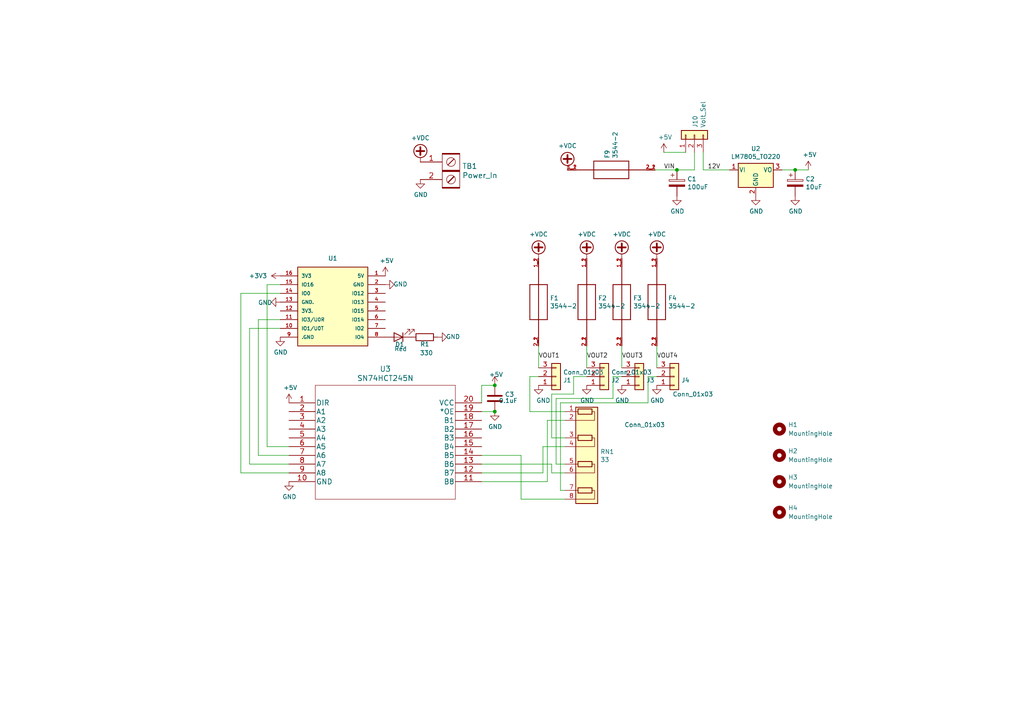
<source format=kicad_sch>
(kicad_sch (version 20210621) (generator eeschema)
  (paper "A4")
  (title_block (title "ESP32-CAM Controller") (date "2021-11-07") (rev "v1"))
  (lib_symbols
    (symbol "Barrier_Blocks:BARRIER_BLOCK_1ROW_2POS" (pin_names (offset 1.016) hide)
      (property "Reference" "TB" (at 0.127 -6.731 0))
      (property "Value" "BARRIER_BLOCK_1ROW_2POS" (at 0.254 6.35 0))
      (symbol "BARRIER_BLOCK_1ROW_2POS_0_1"
        (rectangle (start -2.54 5.08) (end 2.54 -5.08))
        (circle (center 0 -2.54) (radius 1.27))
        (polyline (pts (xy -2.54 -4.699) (xy -2.54 -5.08) (xy 2.54 -5.08) (xy 2.54 -4.699)) (fill (type outline)))
        (polyline (pts (xy -2.54 0.254) (xy -2.54 -0.254) (xy 2.54 -0.254) (xy 2.54 0.254)) (fill (type outline)))
        (polyline (pts (xy -2.54 4.699) (xy -2.54 5.08) (xy 2.54 5.08) (xy 2.54 4.699)) (fill (type outline)))
        (polyline (pts (xy -0.8382 -3.5052) (xy -0.9652 -3.3782) (xy 0.8128 -1.6002) (xy 0.9652 -1.7018) (xy -0.8382 -3.5052)) (fill (type outline)))
        (polyline (pts (xy -0.8382 1.5748) (xy -0.9652 1.6764) (xy -0.0508 2.5908) (xy 0.8382 3.4798) (xy 0.9652 3.3528) (xy 0.9652 3.3528)) (fill (type outline)))
        (circle (center 0 2.54) (radius 1.27))
      )
      (symbol "BARRIER_BLOCK_1ROW_2POS_1_1"
        (pin passive line (at -8.89 2.54 0) (length 6.35) (name "P1") (number "1"))
        (pin passive line (at -8.89 -2.54 0) (length 6.35) (name "P2") (number "2"))
      )
    )
    (symbol "Connector_Generic:Conn_01x03" (pin_names (offset 1.016) hide)
      (property "Reference" "J" (at 0 5.08 0))
      (property "Value" "Conn_01x03" (at 0 -5.08 0))
      (symbol "Conn_01x03_1_1"
        (rectangle (start -1.27 -2.413) (end 0 -2.667) (stroke (width 0.1524)))
        (rectangle (start -1.27 0.127) (end 0 -0.127) (stroke (width 0.1524)))
        (rectangle (start -1.27 2.667) (end 0 2.413) (stroke (width 0.1524)))
        (rectangle (start -1.27 3.81) (end 1.27 -3.81) (stroke (width 0.254)) (fill (type background)))
        (pin passive line (at -5.08 2.54 0) (length 3.81) (name "Pin_1") (number "1"))
        (pin passive line (at -5.08 0 0) (length 3.81) (name "Pin_2") (number "2"))
        (pin passive line (at -5.08 -2.54 0) (length 3.81) (name "Pin_3") (number "3"))
      )
    )
    (symbol "Device:C" (pin_numbers hide) (pin_names (offset 0.254))
      (property "Reference" "C" (at 0.635 2.54 0))
      (property "Value" "C" (at 0.635 -2.54 0))
      (symbol "C_0_1"
        (polyline (pts (xy -2.032 -0.762) (xy 2.032 -0.762)) (stroke (width 0.508)))
        (polyline (pts (xy -2.032 0.762) (xy 2.032 0.762)) (stroke (width 0.508)))
      )
      (symbol "C_1_1"
        (pin passive line (at 0 3.81 270) (length 2.794) (name "~") (number "1"))
        (pin passive line (at 0 -3.81 90) (length 2.794) (name "~") (number "2"))
      )
    )
    (symbol "Device:CP" (pin_numbers hide) (pin_names (offset 0.254))
      (property "Reference" "C" (at 0.635 2.54 0))
      (property "Value" "Device_CP" (at 0.635 -2.54 0))
      (symbol "CP_0_1"
        (rectangle (start -2.286 0.508) (end 2.286 1.016))
        (polyline (pts (xy -1.778 2.286) (xy -0.762 2.286)))
        (polyline (pts (xy -1.27 2.794) (xy -1.27 1.778)))
        (rectangle (start 2.286 -0.508) (end -2.286 -1.016) (fill (type outline)))
      )
      (symbol "CP_1_1"
        (pin passive line (at 0 3.81 270) (length 2.794) (name "~") (number "1"))
        (pin passive line (at 0 -3.81 90) (length 2.794) (name "~") (number "2"))
      )
    )
    (symbol "Device:LED" (pin_numbers hide) (pin_names (offset 1.016) hide)
      (property "Reference" "D" (at 0 2.54 0))
      (property "Value" "LED" (at 0 -2.54 0))
      (symbol "LED_0_1"
        (polyline (pts (xy -1.27 -1.27) (xy -1.27 1.27)) (stroke (width 0.254)))
        (polyline (pts (xy -1.27 0) (xy 1.27 0)))
        (polyline (pts (xy 1.27 -1.27) (xy 1.27 1.27) (xy -1.27 0) (xy 1.27 -1.27)) (stroke (width 0.254)))
        (polyline (pts (xy -3.048 -0.762) (xy -4.572 -2.286) (xy -3.81 -2.286) (xy -4.572 -2.286) (xy -4.572 -1.524)))
        (polyline (pts (xy -1.778 -0.762) (xy -3.302 -2.286) (xy -2.54 -2.286) (xy -3.302 -2.286) (xy -3.302 -1.524)))
      )
      (symbol "LED_1_1"
        (pin passive line (at -3.81 0 0) (length 2.54) (name "K") (number "1"))
        (pin passive line (at 3.81 0 180) (length 2.54) (name "A") (number "2"))
      )
    )
    (symbol "Device:R" (pin_numbers hide) (pin_names (offset 0))
      (property "Reference" "R" (at 2.032 0 90))
      (property "Value" "R" (at 0 0 90))
      (symbol "R_0_1"
        (rectangle (start -1.016 -2.54) (end 1.016 2.54) (stroke (width 0.254)))
      )
      (symbol "R_1_1"
        (pin passive line (at 0 3.81 270) (length 1.27) (name "~") (number "1"))
        (pin passive line (at 0 -3.81 90) (length 1.27) (name "~") (number "2"))
      )
    )
    (symbol "Device:R_Pack04_SIP" (pin_names (offset 0) hide)
      (property "Reference" "RN" (at -15.24 0 90))
      (property "Value" "R_Pack04_SIP" (at 15.24 0 90))
      (symbol "R_Pack04_SIP_0_1"
        (rectangle (start -13.97 -1.905) (end 13.97 4.445) (stroke (width 0.254)) (fill (type background)))
        (rectangle (start -13.462 2.794) (end -11.938 -1.27) (stroke (width 0.254)))
        (rectangle (start -5.842 2.794) (end -4.318 -1.27) (stroke (width 0.254)))
        (polyline (pts (xy -12.7 2.794) (xy -12.7 3.556) (xy -10.16 3.556) (xy -10.16 -1.27)))
        (polyline (pts (xy -5.08 2.794) (xy -5.08 3.556) (xy -2.54 3.556) (xy -2.54 -1.27)))
        (polyline (pts (xy 2.54 2.794) (xy 2.54 3.556) (xy 5.08 3.556) (xy 5.08 -1.27)))
        (polyline (pts (xy 10.16 2.794) (xy 10.16 3.556) (xy 12.7 3.556) (xy 12.7 -1.27)))
        (rectangle (start 1.778 2.794) (end 3.302 -1.27) (stroke (width 0.254)))
        (rectangle (start 9.398 2.794) (end 10.922 -1.27) (stroke (width 0.254)))
      )
      (symbol "R_Pack04_SIP_1_1"
        (pin passive line (at -12.7 -5.08 90) (length 3.81) (name "R1.1") (number "1"))
        (pin passive line (at -10.16 -5.08 90) (length 3.81) (name "R1.2") (number "2"))
        (pin passive line (at -5.08 -5.08 90) (length 3.81) (name "R2.1") (number "3"))
        (pin passive line (at -2.54 -5.08 90) (length 3.81) (name "R2.2") (number "4"))
        (pin passive line (at 2.54 -5.08 90) (length 3.81) (name "R3.1") (number "5"))
        (pin passive line (at 5.08 -5.08 90) (length 3.81) (name "R3.2") (number "6"))
        (pin passive line (at 10.16 -5.08 90) (length 3.81) (name "R4.1") (number "7"))
        (pin passive line (at 12.7 -5.08 90) (length 3.81) (name "R4.2") (number "8"))
      )
    )
    (symbol "ESP32-CAM:ESP32-CAM" (pin_names (offset 1.016))
      (property "Reference" "U" (at -10.16 20.32 0))
      (symbol "ESP32-CAM_0_0"
        (rectangle (start -10.16 -5.08) (end 10.16 17.78) (stroke (width 0.254)) (fill (type background)))
        (pin bidirectional line (at -15.24 15.24 0) (length 5.08) (name "5V") (number "1"))
        (pin bidirectional line (at 15.24 0 180) (length 5.08) (name "IO1/U0T") (number "10"))
        (pin bidirectional line (at 15.24 2.54 180) (length 5.08) (name "IO3/U0R") (number "11"))
        (pin bidirectional line (at 15.24 5.08 180) (length 5.08) (name "3V3.") (number "12"))
        (pin bidirectional line (at 15.24 7.62 180) (length 5.08) (name "GND.") (number "13"))
        (pin bidirectional line (at 15.24 10.16 180) (length 5.08) (name "IO0") (number "14"))
        (pin bidirectional line (at 15.24 12.7 180) (length 5.08) (name "IO16") (number "15"))
        (pin bidirectional line (at 15.24 15.24 180) (length 5.08) (name "3V3") (number "16"))
        (pin bidirectional line (at -15.24 12.7 0) (length 5.08) (name "GND") (number "2"))
        (pin bidirectional line (at -15.24 10.16 0) (length 5.08) (name "IO12") (number "3"))
        (pin bidirectional line (at -15.24 7.62 0) (length 5.08) (name "IO13") (number "4"))
        (pin bidirectional line (at -15.24 5.08 0) (length 5.08) (name "IO15") (number "5"))
        (pin bidirectional line (at -15.24 2.54 0) (length 5.08) (name "IO14") (number "6"))
        (pin bidirectional line (at -15.24 0 0) (length 5.08) (name "IO2") (number "7"))
        (pin bidirectional line (at -15.24 -2.54 0) (length 5.08) (name "IO4") (number "8"))
        (pin bidirectional line (at 15.24 -2.54 180) (length 5.08) (name ".GND") (number "9"))
      )
    )
    (symbol "ESP32_CAM_Controller-rescue:3544-2-Keystone_Fuse" (pin_names (offset 1.016) hide)
      (property "Reference" "F" (at -5.08 3.302 0))
      (property "Value" "3544-2-Keystone_Fuse" (at -5.08 -5.08 0))
      (symbol "3544-2-Keystone_Fuse_0_0"
        (polyline (pts (xy -12.7 0) (xy 12.7 0)) (stroke (width 0.254)))
        (polyline (pts (xy -5.08 -2.54) (xy -5.08 2.54)) (stroke (width 0.254)))
        (polyline (pts (xy -5.08 2.54) (xy 5.08 2.54)) (stroke (width 0.254)))
        (polyline (pts (xy 5.08 -2.54) (xy -5.08 -2.54)) (stroke (width 0.254)))
        (polyline (pts (xy 5.08 2.54) (xy 5.08 -2.54)) (stroke (width 0.254)))
        (pin passive line (at -12.7 0 0) (length 2.54) (name "1") (number "1_1"))
        (pin passive line (at -12.7 0 0) (length 2.54) (name "1") (number "1_2"))
        (pin passive line (at 12.7 0 180) (length 2.54) (name "2") (number "2_1"))
        (pin passive line (at 12.7 0 180) (length 2.54) (name "2") (number "2_2"))
      )
    )
    (symbol "ESP32_CAM_Controller-rescue:SN74HCT245N-SN74HCT245N" (pin_names (offset 0.254))
      (property "Reference" "U" (at 27.94 10.16 0))
      (property "Value" "SN74HCT245N-SN74HCT245N" (at 27.94 7.62 0))
      (symbol "SN74HCT245N-SN74HCT245N_1_0"
        (polyline (pts (xy 7.62 -27.94) (xy 48.26 -27.94)) (stroke (width 0.127)))
        (polyline (pts (xy 7.62 5.08) (xy 7.62 -27.94)) (stroke (width 0.127)))
        (polyline (pts (xy 48.26 -27.94) (xy 48.26 5.08)) (stroke (width 0.127)))
        (polyline (pts (xy 48.26 5.08) (xy 7.62 5.08)) (stroke (width 0.127)))
        (pin input line (at 0 0 0) (length 7.62) (name "DIR") (number "1"))
        (pin power_in line (at 0 -22.86 0) (length 7.62) (name "GND") (number "10"))
        (pin bidirectional line (at 55.88 -22.86 180) (length 7.62) (name "B8") (number "11"))
        (pin bidirectional line (at 55.88 -20.32 180) (length 7.62) (name "B7") (number "12"))
        (pin bidirectional line (at 55.88 -17.78 180) (length 7.62) (name "B6") (number "13"))
        (pin bidirectional line (at 55.88 -15.24 180) (length 7.62) (name "B5") (number "14"))
        (pin bidirectional line (at 55.88 -12.7 180) (length 7.62) (name "B4") (number "15"))
        (pin bidirectional line (at 55.88 -10.16 180) (length 7.62) (name "B3") (number "16"))
        (pin bidirectional line (at 55.88 -7.62 180) (length 7.62) (name "B2") (number "17"))
        (pin bidirectional line (at 55.88 -5.08 180) (length 7.62) (name "B1") (number "18"))
        (pin input line (at 55.88 -2.54 180) (length 7.62) (name "*OE") (number "19"))
        (pin bidirectional line (at 0 -2.54 0) (length 7.62) (name "A1") (number "2"))
        (pin power_in line (at 55.88 0 180) (length 7.62) (name "VCC") (number "20"))
        (pin bidirectional line (at 0 -5.08 0) (length 7.62) (name "A2") (number "3"))
        (pin bidirectional line (at 0 -7.62 0) (length 7.62) (name "A3") (number "4"))
        (pin bidirectional line (at 0 -10.16 0) (length 7.62) (name "A4") (number "5"))
        (pin bidirectional line (at 0 -12.7 0) (length 7.62) (name "A5") (number "6"))
        (pin bidirectional line (at 0 -15.24 0) (length 7.62) (name "A6") (number "7"))
        (pin bidirectional line (at 0 -17.78 0) (length 7.62) (name "A7") (number "8"))
        (pin bidirectional line (at 0 -20.32 0) (length 7.62) (name "A8") (number "9"))
      )
    )
    (symbol "Mechanical:MountingHole" (pin_names (offset 1.016))
      (property "Reference" "H" (at 0 5.08 0))
      (property "Value" "MountingHole" (at 0 3.175 0))
      (symbol "MountingHole_0_1"
        (circle (center 0 0) (radius 1.27) (stroke (width 1.27)))
      )
    )
    (symbol "Regulator_Linear:LM7805_TO220" (pin_names (offset 0.254))
      (property "Reference" "U" (at -3.81 3.175 0))
      (property "Value" "LM7805_TO220" (at 0 3.175 0))
      (symbol "LM7805_TO220_0_1"
        (rectangle (start -5.08 1.905) (end 5.08 -5.08) (stroke (width 0.254)) (fill (type background)))
      )
      (symbol "LM7805_TO220_1_1"
        (pin power_in line (at -7.62 0 0) (length 2.54) (name "VI") (number "1"))
        (pin power_in line (at 0 -7.62 90) (length 2.54) (name "GND") (number "2"))
        (pin power_out line (at 7.62 0 180) (length 2.54) (name "VO") (number "3"))
      )
    )
    (symbol "power:+3.3V" (power) (pin_names (offset 0))
      (property "Value" "+3.3V" (at 0 3.556 0))
      (symbol "+3.3V_0_1"
        (polyline (pts (xy -0.762 1.27) (xy 0 2.54)))
        (polyline (pts (xy 0 0) (xy 0 2.54)))
        (polyline (pts (xy 0 2.54) (xy 0.762 1.27)))
      )
      (symbol "+3.3V_1_1"
        (pin power_in line (at 0 0 90) (length 0) hide (name "+3V3") (number "1"))
      )
    )
    (symbol "power:+5V" (power) (pin_names (offset 0))
      (property "Value" "+5V" (at 0 3.556 0))
      (symbol "+5V_0_1"
        (polyline (pts (xy -0.762 1.27) (xy 0 2.54)))
        (polyline (pts (xy 0 0) (xy 0 2.54)))
        (polyline (pts (xy 0 2.54) (xy 0.762 1.27)))
      )
      (symbol "+5V_1_1"
        (pin power_in line (at 0 0 90) (length 0) hide (name "+5V") (number "1"))
      )
    )
    (symbol "power:+VDC" (power) (pin_names (offset 0))
      (property "Value" "+VDC" (at 0 6.35 0))
      (symbol "+VDC_0_1"
        (polyline (pts (xy -1.143 3.175) (xy 1.143 3.175)) (stroke (width 0.508)))
        (polyline (pts (xy 0 0) (xy 0 1.27)))
        (polyline (pts (xy 0 2.032) (xy 0 4.318)) (stroke (width 0.508)))
        (circle (center 0 3.175) (radius 1.905) (stroke (width 0.254)))
      )
      (symbol "+VDC_1_1"
        (pin power_in line (at 0 0 90) (length 0) hide (name "+VDC") (number "1"))
      )
    )
    (symbol "power:GND" (power) (pin_names (offset 0))
      (property "Value" "GND" (at 0 -3.81 0))
      (symbol "GND_0_1"
        (polyline (pts (xy 0 0) (xy 0 -1.27) (xy 1.27 -1.27) (xy 0 -2.54) (xy -1.27 -1.27) (xy 0 -1.27)))
      )
      (symbol "GND_1_1"
        (pin power_in line (at 0 0 270) (length 0) hide (name "GND") (number "1"))
      )
    )
  )
  (junction (at 143.51 111.76))
  (junction (at 196.342 49.276))
  (junction (at 143.51 119.38))
  (junction (at 230.632 49.276))
  (wire (pts (xy 201.422 49.276) (xy 201.422 44.196)))
  (wire (pts (xy 163.83 144.78) (xy 151.13 144.78)))
  (wire (pts (xy 189.992 49.276) (xy 196.342 49.276)))
  (wire (pts (xy 226.822 49.276) (xy 230.632 49.276)))
  (wire (pts (xy 163.83 129.54) (xy 157.48 129.54)))
  (wire (pts (xy 83.82 137.16) (xy 69.85 137.16)))
  (wire (pts (xy 69.85 85.09) (xy 81.28 85.09)))
  (wire (pts (xy 69.85 137.16) (xy 69.85 85.09)))
  (wire (pts (xy 187.96 116.84) (xy 162.56 116.84)))
  (wire (pts (xy 190.5 109.22) (xy 187.96 109.22)))
  (wire (pts (xy 187.96 109.22) (xy 187.96 116.84)))
  (wire (pts (xy 162.56 142.24) (xy 163.83 142.24)))
  (wire (pts (xy 162.56 116.84) (xy 162.56 142.24)))
  (wire (pts (xy 180.34 100.33) (xy 180.34 106.68)))
  (wire (pts (xy 151.13 132.08) (xy 139.7 132.08)))
  (wire (pts (xy 160.02 134.62) (xy 160.02 137.16)))
  (wire (pts (xy 230.632 49.276) (xy 234.442 49.276)))
  (wire (pts (xy 153.67 119.38) (xy 153.67 109.22)))
  (wire (pts (xy 153.67 109.22) (xy 156.21 109.22)))
  (wire (pts (xy 163.83 119.38) (xy 153.67 119.38)))
  (wire (pts (xy 160.02 137.16) (xy 163.83 137.16)))
  (wire (pts (xy 77.47 129.54) (xy 77.47 82.55)))
  (wire (pts (xy 77.47 82.55) (xy 81.28 82.55)))
  (wire (pts (xy 83.82 129.54) (xy 77.47 129.54)))
  (wire (pts (xy 74.93 132.08) (xy 74.93 92.71)))
  (wire (pts (xy 74.93 92.71) (xy 81.28 92.71)))
  (wire (pts (xy 83.82 132.08) (xy 74.93 132.08)))
  (wire (pts (xy 190.5 100.33) (xy 190.5 106.68)))
  (wire (pts (xy 143.51 119.38) (xy 139.7 119.38)))
  (wire (pts (xy 139.7 139.7) (xy 158.75 139.7)))
  (wire (pts (xy 196.342 49.276) (xy 201.422 49.276)))
  (wire (pts (xy 156.21 100.33) (xy 156.21 106.68)))
  (wire (pts (xy 151.13 144.78) (xy 151.13 132.08)))
  (wire (pts (xy 157.48 129.54) (xy 157.48 137.16)))
  (wire (pts (xy 198.882 44.196) (xy 192.532 44.196)))
  (wire (pts (xy 139.7 111.76) (xy 139.7 116.84)))
  (wire (pts (xy 170.18 100.33) (xy 170.18 106.68)))
  (wire (pts (xy 203.962 44.196) (xy 203.962 49.276)))
  (wire (pts (xy 203.962 49.276) (xy 211.582 49.276)))
  (wire (pts (xy 180.34 109.22) (xy 177.8 109.22)))
  (wire (pts (xy 177.8 109.22) (xy 177.8 115.57)))
  (wire (pts (xy 177.8 115.57) (xy 161.29 115.57)))
  (wire (pts (xy 161.29 115.57) (xy 161.29 134.62)))
  (wire (pts (xy 161.29 134.62) (xy 163.83 134.62)))
  (wire (pts (xy 157.48 137.16) (xy 139.7 137.16)))
  (wire (pts (xy 158.75 121.92) (xy 163.83 121.92)))
  (wire (pts (xy 143.51 111.76) (xy 139.7 111.76)))
  (wire (pts (xy 72.39 95.25) (xy 81.28 95.25)))
  (wire (pts (xy 72.39 134.62) (xy 72.39 95.25)))
  (wire (pts (xy 83.82 134.62) (xy 72.39 134.62)))
  (wire (pts (xy 139.7 134.62) (xy 160.02 134.62)))
  (wire (pts (xy 170.18 109.22) (xy 166.37 109.22)))
  (wire (pts (xy 166.37 109.22) (xy 166.37 114.3)))
  (wire (pts (xy 166.37 114.3) (xy 160.02 114.3)))
  (wire (pts (xy 160.02 127) (xy 163.83 127)))
  (wire (pts (xy 160.02 114.3) (xy 160.02 127)))
  (wire (pts (xy 158.75 139.7) (xy 158.75 121.92)))
  (label "VOUT3" (at 180.34 104.14 0))
  (label "VIN" (at 192.532 49.276 0))
  (label "VOUT4" (at 190.5 104.14 0))
  (label "VOUT2" (at 170.18 104.14 0))
  (label "12V" (at 205.232 49.276 0))
  (label "VOUT1" (at 156.21 104.14 0))
  (symbol (lib_id "Connector_Generic:Conn_01x03") (at 161.29 109.22 0) (mirror x) (unit 1)
    (property "Reference" "J1" (at 163.322 110.2868 0) (effects (justify left)))
    (property "Value" "Conn_01x03" (at 163.322 107.9754 0) (effects (justify left)))
    (property "Footprint" "Connector_Phoenix_MC:PhoenixContact_MCV_1,5_3-G-3.5_1x03_P3.50mm_Vertical" (effects hide))
  )
  (symbol (lib_id "Connector_Generic:Conn_01x03") (at 175.26 109.22 0) (mirror x) (unit 1)
    (property "Reference" "J2" (at 177.292 110.2868 0) (effects (justify left)))
    (property "Value" "Conn_01x03" (at 177.292 107.9754 0) (effects (justify left)))
    (property "Footprint" "Connector_Phoenix_MC:PhoenixContact_MCV_1,5_3-G-3.5_1x03_P3.50mm_Vertical" (effects hide))
  )
  (symbol (lib_id "Connector_Generic:Conn_01x03") (at 185.42 109.22 0) (mirror x) (unit 1)
    (property "Reference" "J3" (at 187.452 110.2868 0) (effects (justify left)))
    (property "Value" "Conn_01x03" (at 181.102 123.2154 0) (effects (justify left)))
    (property "Footprint" "Connector_Phoenix_MC:PhoenixContact_MCV_1,5_3-G-3.5_1x03_P3.50mm_Vertical" (effects hide))
  )
  (symbol (lib_id "Connector_Generic:Conn_01x03") (at 195.58 109.22 0) (mirror x) (unit 1)
    (property "Reference" "J4" (at 197.612 110.2868 0) (effects (justify left)))
    (property "Value" "Conn_01x03" (at 195.072 114.3254 0) (effects (justify left)))
    (property "Footprint" "Connector_Phoenix_MC:PhoenixContact_MCV_1,5_3-G-3.5_1x03_P3.50mm_Vertical" (effects hide))
  )
  (symbol (lib_id "Regulator_Linear:LM7805_TO220") (at 219.202 49.276 0) (unit 1)
    (property "Reference" "U2" (at 219.202 43.1292 0))
    (property "Value" "LM7805_TO220" (at 219.202 45.4406 0))
    (property "Footprint" "Package_TO_SOT_THT:TO-220-3_Horizontal_TabDown" (effects hide))
    (property "Datasheet" "http://www.fairchildsemi.com/ds/LM/LM7805.pdf" (effects hide))
  )
  (symbol (lib_id "ESP32_CAM_Controller-rescue:SN74HCT245N-SN74HCT245N") (at 83.82 116.84 0) (unit 1)
    (property "Reference" "U3" (at 111.76 107.0102 0) (effects (font (size 1.524 1.524))))
    (property "Value" "SN74HCT245N" (at 111.76 109.7026 0) (effects (font (size 1.524 1.524))))
    (property "Footprint" "SN74HCT245N:SN74HCT245N" (effects hide))
  )
  (symbol (lib_id "Device:CP") (at 230.632 53.086 0) (unit 1)
    (property "Reference" "C2" (at 233.6292 51.9176 0) (effects (justify left)))
    (property "Value" "10uF" (at 233.6292 54.229 0) (effects (justify left)))
    (property "Footprint" "Capacitor_THT:CP_Radial_D5.0mm_P2.00mm" (effects hide))
  )
  (symbol (lib_id "Device:CP") (at 196.342 53.086 0) (unit 1)
    (property "Reference" "C1" (at 199.3392 51.9176 0) (effects (justify left)))
    (property "Value" "100uF" (at 199.3392 54.229 0) (effects (justify left)))
    (property "Footprint" "Capacitor_THT:CP_Radial_D8.0mm_P3.50mm" (effects hide))
  )
  (symbol (lib_id "power:GND") (at 121.92 52.07 0) (unit 1)
    (property "Reference" "#PWR0101" (effects hide))
    (property "Value" "GND" (at 122.047 56.4642 0))
  )
  (symbol (lib_id "power:GND") (at 156.21 111.76 0) (unit 1)
    (property "Reference" "#PWR0102" (effects hide))
    (property "Value" "GND" (at 157.607 116.1542 0))
  )
  (symbol (lib_id "power:GND") (at 170.18 111.76 0) (unit 1)
    (property "Reference" "#PWR0103" (effects hide))
    (property "Value" "GND" (at 170.307 116.1542 0))
  )
  (symbol (lib_id "power:GND") (at 180.34 111.76 0) (unit 1)
    (property "Reference" "#PWR0104" (effects hide))
    (property "Value" "GND" (at 180.467 116.1542 0))
  )
  (symbol (lib_id "power:GND") (at 190.5 111.76 0) (unit 1)
    (property "Reference" "#PWR0105" (effects hide))
    (property "Value" "GND" (at 190.627 116.1542 0))
  )
  (symbol (lib_id "power:+5V") (at 111.76 80.01 0) (unit 1)
    (property "Reference" "#PWR0111" (effects hide))
    (property "Value" "+5V" (at 112.141 75.6158 0))
  )
  (symbol (lib_id "power:GND") (at 81.28 97.79 0) (unit 1)
    (property "Reference" "#PWR0112" (effects hide))
    (property "Value" "GND" (at 81.407 102.1842 0))
  )
  (symbol (lib_id "power:GND") (at 219.202 56.896 0) (unit 1)
    (property "Reference" "#PWR0113" (effects hide))
    (property "Value" "GND" (at 219.329 61.2902 0))
  )
  (symbol (lib_id "power:GND") (at 230.632 56.896 0) (unit 1)
    (property "Reference" "#PWR0114" (effects hide))
    (property "Value" "GND" (at 230.759 61.2902 0))
  )
  (symbol (lib_id "power:GND") (at 196.342 56.896 0) (unit 1)
    (property "Reference" "#PWR0115" (effects hide))
    (property "Value" "GND" (at 196.469 61.2902 0))
  )
  (symbol (lib_id "power:+5V") (at 234.442 49.276 0) (unit 1)
    (property "Reference" "#PWR0116" (effects hide))
    (property "Value" "+5V" (at 234.823 44.8818 0))
  )
  (symbol (lib_id "power:+VDC") (at 164.592 49.276 0) (unit 1)
    (property "Reference" "#PWR0118" (effects hide))
    (property "Value" "+VDC" (at 164.592 42.291 0))
  )
  (symbol (lib_id "power:+VDC") (at 156.21 74.93 0) (unit 1)
    (property "Reference" "#PWR0119" (effects hide))
    (property "Value" "+VDC" (at 156.21 67.945 0))
  )
  (symbol (lib_id "power:+VDC") (at 170.18 74.93 0) (unit 1)
    (property "Reference" "#PWR0120" (effects hide))
    (property "Value" "+VDC" (at 170.18 67.945 0))
  )
  (symbol (lib_id "power:+VDC") (at 180.34 74.93 0) (unit 1)
    (property "Reference" "#PWR0121" (effects hide))
    (property "Value" "+VDC" (at 180.34 67.945 0))
  )
  (symbol (lib_id "power:+VDC") (at 190.5 74.93 0) (unit 1)
    (property "Reference" "#PWR0122" (effects hide))
    (property "Value" "+VDC" (at 190.5 67.945 0))
  )
  (symbol (lib_id "power:+VDC") (at 121.92 46.99 0) (unit 1)
    (property "Reference" "#PWR0127" (effects hide))
    (property "Value" "+VDC" (at 121.92 40.005 0))
  )
  (symbol (lib_id "power:GND") (at 143.51 119.38 0) (unit 1)
    (property "Reference" "#PWR04" (effects hide))
    (property "Value" "GND" (at 143.637 123.7742 0))
  )
  (symbol (lib_id "power:+5V") (at 83.82 116.84 0) (unit 1)
    (property "Reference" "#PWR01" (effects hide))
    (property "Value" "+5V" (at 84.201 112.4458 0))
  )
  (symbol (lib_id "power:GND") (at 83.82 139.7 0) (unit 1)
    (property "Reference" "#PWR02" (effects hide))
    (property "Value" "GND" (at 83.947 144.0942 0))
  )
  (symbol (lib_id "ESP32_CAM_Controller-rescue:3544-2-Keystone_Fuse") (at 156.21 87.63 270) (unit 1)
    (property "Reference" "F1" (at 159.512 86.4616 90) (effects (justify left)))
    (property "Value" "3544-2" (at 159.512 88.773 90) (effects (justify left)))
    (property "Footprint" "Keystone_Fuse:FUSE_3544-2" (effects hide))
    (property "Field4" "3544-2" (effects hide))
    (property "Field5" "None" (effects hide))
    (property "Field6" "Unavailable" (effects hide))
    (property "Field7" "Fuse Clip; 500 VAC; 30 A; PCB; For 0.110 in. x 0.032 in. mini blade fuses" (effects hide))
    (property "Field8" "Keystone Electronics" (effects hide))
  )
  (symbol (lib_id "ESP32_CAM_Controller-rescue:3544-2-Keystone_Fuse") (at 170.18 87.63 270) (unit 1)
    (property "Reference" "F2" (at 173.482 86.4616 90) (effects (justify left)))
    (property "Value" "3544-2" (at 173.482 88.773 90) (effects (justify left)))
    (property "Footprint" "Keystone_Fuse:FUSE_3544-2" (effects hide))
    (property "Field4" "3544-2" (effects hide))
    (property "Field5" "None" (effects hide))
    (property "Field6" "Unavailable" (effects hide))
    (property "Field7" "Fuse Clip; 500 VAC; 30 A; PCB; For 0.110 in. x 0.032 in. mini blade fuses" (effects hide))
    (property "Field8" "Keystone Electronics" (effects hide))
  )
  (symbol (lib_id "ESP32_CAM_Controller-rescue:3544-2-Keystone_Fuse") (at 180.34 87.63 270) (unit 1)
    (property "Reference" "F3" (at 183.642 86.4616 90) (effects (justify left)))
    (property "Value" "3544-2" (at 183.642 88.773 90) (effects (justify left)))
    (property "Footprint" "Keystone_Fuse:FUSE_3544-2" (effects hide))
    (property "Field4" "3544-2" (effects hide))
    (property "Field5" "None" (effects hide))
    (property "Field6" "Unavailable" (effects hide))
    (property "Field7" "Fuse Clip; 500 VAC; 30 A; PCB; For 0.110 in. x 0.032 in. mini blade fuses" (effects hide))
    (property "Field8" "Keystone Electronics" (effects hide))
  )
  (symbol (lib_id "ESP32_CAM_Controller-rescue:3544-2-Keystone_Fuse") (at 190.5 87.63 270) (unit 1)
    (property "Reference" "F4" (at 193.802 86.4616 90) (effects (justify left)))
    (property "Value" "3544-2" (at 193.802 88.773 90) (effects (justify left)))
    (property "Footprint" "Keystone_Fuse:FUSE_3544-2" (effects hide))
    (property "Field4" "3544-2" (effects hide))
    (property "Field5" "None" (effects hide))
    (property "Field6" "Unavailable" (effects hide))
    (property "Field7" "Fuse Clip; 500 VAC; 30 A; PCB; For 0.110 in. x 0.032 in. mini blade fuses" (effects hide))
    (property "Field8" "Keystone Electronics" (effects hide))
  )
  (symbol (lib_id "Device:LED") (at 115.57 97.79 180) (unit 1)
    (property "Reference" "D1" (at 114.5794 99.8982 0) (effects (justify right)))
    (property "Value" "Red" (at 114.3508 101.1682 0) (effects (justify right)))
    (property "Footprint" "LED_THT:LED_D3.0mm" (effects hide))
  )
  (symbol (lib_id "Device:R") (at 123.19 97.79 90) (unit 1)
    (property "Reference" "R1" (at 124.5616 99.822 90) (effects (justify left)))
    (property "Value" "330" (at 125.603 102.362 90) (effects (justify left)))
    (property "Footprint" "Resistor_THT:R_Axial_DIN0207_L6.3mm_D2.5mm_P7.62mm_Horizontal" (effects hide))
  )
  (symbol (lib_id "power:GND") (at 127 97.79 90) (unit 1)
    (property "Reference" "#PWR05" (effects hide))
    (property "Value" "GND" (at 131.3942 97.663 90))
  )
  (symbol (lib_id "Device:R_Pack04_SIP") (at 168.91 132.08 270) (unit 1)
    (property "Reference" "RN1" (at 174.117 131.0132 90) (effects (justify left)))
    (property "Value" "33" (at 174.117 133.3246 90) (effects (justify left)))
    (property "Footprint" "Resistor_THT:R_Array_SIP8" (effects hide))
    (property "Datasheet" "http://www.vishay.com/docs/31509/csc.pdf" (effects hide))
  )
  (symbol (lib_id "Connector_Generic:Conn_01x03") (at 201.422 39.116 90) (unit 1)
    (property "Reference" "J10" (at 201.6252 37.084 0) (effects (justify left)))
    (property "Value" "Volt_Sel" (at 203.9366 37.084 0) (effects (justify left)))
    (property "Footprint" "Connector_PinHeader_2.54mm:PinHeader_1x03_P2.54mm_Vertical" (effects hide))
  )
  (symbol (lib_id "power:+5V") (at 192.532 44.196 0) (unit 1)
    (property "Reference" "#PWR0129" (effects hide))
    (property "Value" "+5V" (at 192.913 39.8018 0))
  )
  (symbol (lib_id "ESP32_CAM_Controller-rescue:3544-2-Keystone_Fuse") (at 177.292 49.276 0) (unit 1)
    (property "Reference" "F9" (at 176.1236 45.974 90) (effects (justify left)))
    (property "Value" "3544-2" (at 178.435 45.974 90) (effects (justify left)))
    (property "Footprint" "Keystone_Fuse:FUSE_3544-2" (effects hide))
    (property "Field4" "3544-2" (effects hide))
    (property "Field5" "None" (effects hide))
    (property "Field6" "Unavailable" (effects hide))
    (property "Field7" "Fuse Clip; 500 VAC; 30 A; PCB; For 0.110 in. x 0.032 in. mini blade fuses" (effects hide))
    (property "Field8" "Keystone Electronics" (effects hide))
  )
  (symbol (lib_id "Device:C") (at 143.51 115.57 0) (unit 1)
    (property "Reference" "C3" (at 146.431 114.4016 0) (effects (justify left)))
    (property "Value" "0.1uF" (at 144.653 116.205 0) (effects (justify left)))
    (property "Footprint" "Capacitor_THT:C_Rect_L7.0mm_W2.0mm_P5.00mm" (effects hide))
  )
  (symbol (lib_id "power:+5V") (at 143.51 111.76 0) (unit 1)
    (property "Reference" "#PWR0110" (effects hide))
    (property "Value" "+5V" (at 143.891 108.6358 0))
  )
  (symbol (lib_id "Barrier_Blocks:BARRIER_BLOCK_1ROW_2POS") (at 130.81 49.53 0) (unit 1)
    (property "Reference" "TB1" (at 134.0612 48.1838 0) (effects (font (size 1.524 1.524)) (justify left)))
    (property "Value" "Power_In" (at 134.0612 50.8762 0) (effects (font (size 1.524 1.524)) (justify left)))
    (property "Footprint" "Barrier_Blocks:BARRIER_BLOCK_1ROW_2POS_P8.26MM" (effects hide))
  )
  (symbol (lib_id "power:GND") (at 111.76 82.55 90) (unit 1)
    (property "Reference" "#PWR06" (effects hide))
    (property "Value" "GND" (at 116.1542 82.423 90))
  )
  (symbol (lib_id "power:+3.3V") (at 81.28 80.01 90) (unit 1)
    (property "Reference" "#PWR09" (effects hide))
    (property "Value" "+3.3V" (at 77.47 80.01 90) (effects (justify left)))
  )
  (symbol (lib_id "Mechanical:MountingHole") (at 226.06 148.59 0) (unit 1)
    (property "Reference" "H4" (at 228.6 147.3199 0) (effects (justify left)))
    (property "Value" "MountingHole" (at 228.6 149.8599 0) (effects (justify left)))
    (property "Footprint" "MountingHole:MountingHole_3.5mm" (effects hide))
  )
  (symbol (lib_id "Mechanical:MountingHole") (at 226.06 139.7 0) (unit 1)
    (property "Reference" "H3" (at 228.6 138.4299 0) (effects (justify left)))
    (property "Value" "MountingHole" (at 228.6 140.9699 0) (effects (justify left)))
    (property "Footprint" "MountingHole:MountingHole_3.5mm" (effects hide))
  )
  (symbol (lib_id "Mechanical:MountingHole") (at 226.06 124.46 0) (unit 1)
    (property "Reference" "H1" (at 228.6 123.1899 0) (effects (justify left)))
    (property "Value" "MountingHole" (at 228.6 125.7299 0) (effects (justify left)))
    (property "Footprint" "MountingHole:MountingHole_3.5mm" (effects hide))
  )
  (symbol (lib_id "ESP32-CAM:ESP32-CAM") (at 96.52 95.25 0) (mirror y) (unit 1)
    (property "Reference" "U1" (at 96.52 74.93 0))
    (property "Value" "ESP32-CAM" (effects hide))
    (property "Footprint" "ESP32-CAM:ESP32-CAM" (effects hide))
  )
  (symbol (lib_id "power:GND") (at 81.28 87.63 270) (unit 1)
    (property "Reference" "#PWR03" (effects hide))
    (property "Value" "GND" (at 76.8858 87.757 90))
  )
  (symbol (lib_id "Mechanical:MountingHole") (at 226.06 132.08 0) (unit 1)
    (property "Reference" "H2" (at 228.6 130.8099 0) (effects (justify left)))
    (property "Value" "MountingHole" (at 228.6 133.3499 0) (effects (justify left)))
    (property "Footprint" "MountingHole:MountingHole_3.5mm" (effects hide))
  )
)
</source>
